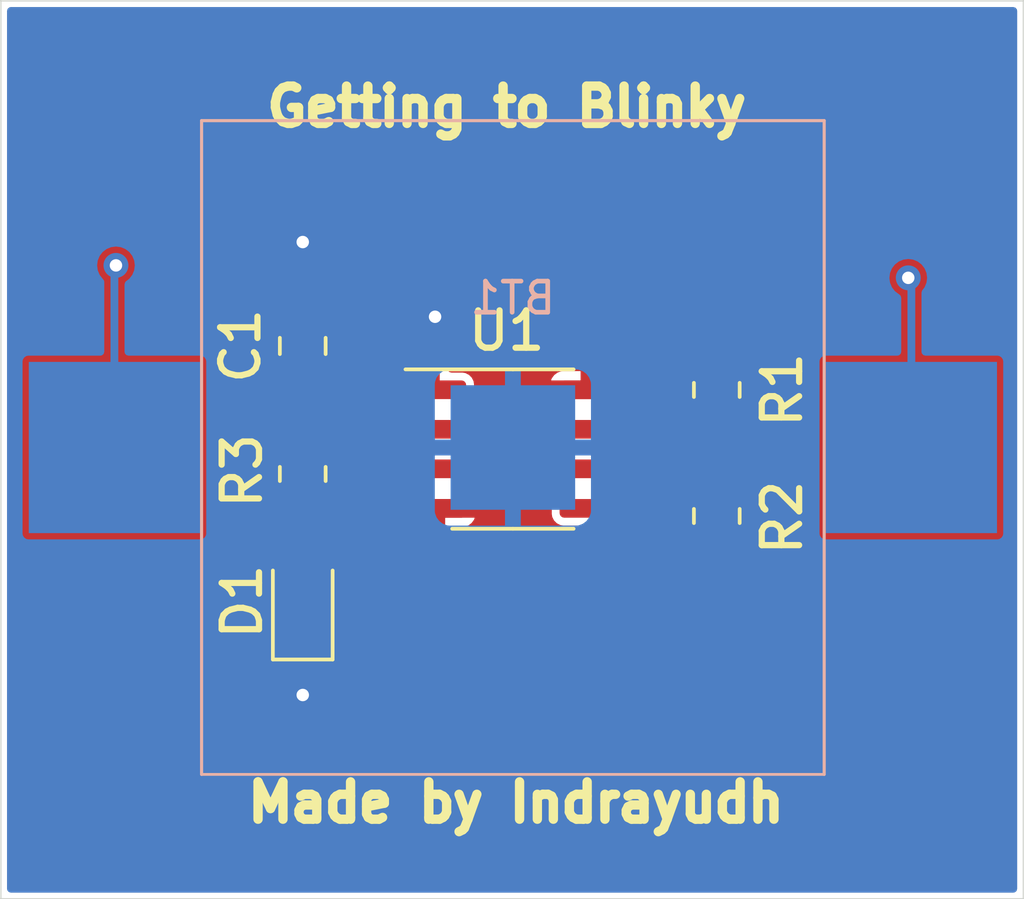
<source format=kicad_pcb>
(kicad_pcb (version 20211014) (generator pcbnew)
  (layers (0 "F.Cu" signal) (31 "B.Cu" signal) (34 "B.Paste" user) (35 "F.Paste" user) (36 "B.SilkS" user "B.Silkscreen") (37 "F.SilkS" user "F.Silkscreen") (38 "B.Mask" user) (39 "F.Mask" user) (44 "Edge.Cuts" user))
  (net 0 "")
  (net 1 "/VDD")
  (net 2 "GND")
  (net 3 "/THR")
  (net 4 "Net-(D1-Pad2)")
  (net 5 "/DIS")
  (net 6 "Net-(R3-Pad1)")
  (footprint "LED_SMD:LED_0805_2012Metric_Pad1.15x1.40mm_HandSolder" (layer "F.Cu") (at 159.525 125.955 90)
    (fp_text reference "D1" (at 0 -1.95 90) (layer "F.SilkS") (effects (font (size 1.2 1.2) (thickness 0.2))))
    (fp_text value "LED" hide)
    (fp_line (start -1.86 0.96) (end 1 0.96) (layer "F.SilkS") (width 0.12))
    (fp_line (start 1 -0.96) (end -1.86 -0.96) (layer "F.SilkS") (width 0.12))
    (fp_line (start -1.86 -0.96) (end -1.86 0.96) (layer "F.SilkS") (width 0.12))
    (pad "1" smd roundrect (at -1.025 0 90) (size 1.15 1.4) (layers "F.Cu" "F.Paste" "F.Mask") (roundrect_rratio 0.2173913043) (net 2 "GND"))
    (pad "2" smd roundrect (at 1.025 0 90) (size 1.15 1.4) (layers "F.Cu" "F.Paste" "F.Mask") (roundrect_rratio 0.2173913043) (net 4 "Net-(D1-Pad2)"))
  )
  (footprint "Resistor_SMD:R_0805_2012Metric_Pad1.20x1.40mm_HandSolder" (layer "F.Cu") (at 159.525 121.855 -90)
    (fp_text reference "R3" (at -0.1 1.95 90) (layer "F.SilkS") (effects (font (size 1.2 1.2) (thickness 0.2))))
    (fp_text value "1K" hide)
    (fp_line (start -0.227064 0.735) (end 0.227064 0.735) (layer "F.SilkS") (width 0.12))
    (fp_line (start -0.227064 -0.735) (end 0.227064 -0.735) (layer "F.SilkS") (width 0.12))
    (pad "1" smd roundrect (at -1 0 270) (size 1.2 1.4) (layers "F.Cu" "F.Paste" "F.Mask") (roundrect_rratio 0.2083333333) (net 6 "Net-(R3-Pad1)"))
    (pad "2" smd roundrect (at 1 0 270) (size 1.2 1.4) (layers "F.Cu" "F.Paste" "F.Mask") (roundrect_rratio 0.2083333333) (net 4 "Net-(D1-Pad2)"))
  )
  (footprint "Capacitor_SMD:C_0805_2012Metric_Pad1.18x1.45mm_HandSolder" (layer "F.Cu") (at 159.525 117.7425 90)
    (fp_text reference "C1" (at 0 -2 90) (layer "F.SilkS") (effects (font (size 1.2 1.2) (thickness 0.2))))
    (fp_text value "1U" hide)
    (fp_line (start -0.261252 0.735) (end 0.261252 0.735) (layer "F.SilkS") (width 0.12))
    (fp_line (start -0.261252 -0.735) (end 0.261252 -0.735) (layer "F.SilkS") (width 0.12))
    (pad "1" smd roundrect (at -1.0375 0 90) (size 1.175 1.45) (layers "F.Cu" "F.Paste" "F.Mask") (roundrect_rratio 0.2127659574) (net 3 "/THR"))
    (pad "2" smd roundrect (at 1.0375 0 90) (size 1.175 1.45) (layers "F.Cu" "F.Paste" "F.Mask") (roundrect_rratio 0.2127659574) (net 2 "GND"))
  )
  (footprint "Package_SO:SOIC-8_3.9x4.9mm_P1.27mm" (layer "F.Cu") (at 166.275 121.055)
    (fp_text reference "U1" (at -0.2 -3.8) (layer "F.SilkS") (effects (font (size 1.2 1.2) (thickness 0.2))))
    (fp_text value "7555" hide)
    (fp_line (start 0 -2.56) (end 1.95 -2.56) (layer "F.SilkS") (width 0.12))
    (fp_line (start 0 -2.56) (end -3.45 -2.56) (layer "F.SilkS") (width 0.12))
    (fp_line (start 0 2.56) (end 1.95 2.56) (layer "F.SilkS") (width 0.12))
    (fp_line (start 0 2.56) (end -1.95 2.56) (layer "F.SilkS") (width 0.12))
    (pad "1" smd roundrect (at -2.475 -1.905) (size 1.95 0.6) (layers "F.Cu" "F.Paste" "F.Mask") (net 2 "GND"))
    (pad "2" smd roundrect (at -2.475 -0.635) (size 1.95 0.6) (layers "F.Cu" "F.Paste" "F.Mask") (net 3 "/THR"))
    (pad "3" smd roundrect (at -2.475 0.635) (size 1.95 0.6) (layers "F.Cu" "F.Paste" "F.Mask") (net 6 "Net-(R3-Pad1)"))
    (pad "4" smd roundrect (at -2.475 1.905) (size 1.95 0.6) (layers "F.Cu" "F.Paste" "F.Mask") (net 1 "/VDD"))
    (pad "5" smd roundrect (at 2.475 1.905) (size 1.95 0.6) (layers "F.Cu" "F.Paste" "F.Mask"))
    (pad "6" smd roundrect (at 2.475 0.635) (size 1.95 0.6) (layers "F.Cu" "F.Paste" "F.Mask") (net 3 "/THR"))
    (pad "7" smd roundrect (at 2.475 -0.635) (size 1.95 0.6) (layers "F.Cu" "F.Paste" "F.Mask") (net 5 "/DIS"))
    (pad "8" smd roundrect (at 2.475 -1.905) (size 1.95 0.6) (layers "F.Cu" "F.Paste" "F.Mask") (net 1 "/VDD"))
  )
  (footprint "Resistor_SMD:R_0805_2012Metric_Pad1.20x1.40mm_HandSolder" (layer "F.Cu") (at 172.825 123.205 -90)
    (fp_text reference "R2" (at 0.05 -2.1 90) (layer "F.SilkS") (effects (font (size 1.2 1.2) (thickness 0.2))))
    (fp_text value "470K" hide)
    (fp_line (start -0.227064 -0.735) (end 0.227064 -0.735) (layer "F.SilkS") (width 0.12))
    (fp_line (start -0.227064 0.735) (end 0.227064 0.735) (layer "F.SilkS") (width 0.12))
    (pad "1" smd roundrect (at -1 0 270) (size 1.2 1.4) (layers "F.Cu" "F.Paste" "F.Mask") (roundrect_rratio 0.2083333333) (net 5 "/DIS"))
    (pad "2" smd roundrect (at 1 0 270) (size 1.2 1.4) (layers "F.Cu" "F.Paste" "F.Mask") (roundrect_rratio 0.2083333333) (net 3 "/THR"))
  )
  (footprint "Resistor_SMD:R_0805_2012Metric_Pad1.20x1.40mm_HandSolder" (layer "F.Cu") (at 172.825 119.155 -90)
    (fp_text reference "R1" (at 0 -2.1 90) (layer "F.SilkS") (effects (font (size 1.2 1.2) (thickness 0.2))))
    (fp_text value "1K" hide)
    (fp_line (start -0.227064 -0.735) (end 0.227064 -0.735) (layer "F.SilkS") (width 0.12))
    (fp_line (start -0.227064 0.735) (end 0.227064 0.735) (layer "F.SilkS") (width 0.12))
    (pad "1" smd roundrect (at -1 0 270) (size 1.2 1.4) (layers "F.Cu" "F.Paste" "F.Mask") (roundrect_rratio 0.2083333333) (net 1 "/VDD"))
    (pad "2" smd roundrect (at 1 0 270) (size 1.2 1.4) (layers "F.Cu" "F.Paste" "F.Mask") (roundrect_rratio 0.2083333333) (net 5 "/DIS"))
  )
  (footprint "Blinky:S8211-46R" (layer "B.Cu") (at 166.275 121.005 180)
    (fp_text reference "BT1" (at 0 4.8 unlocked) (layer "B.SilkS") (effects (justify mirror)))
    (fp_text value "CR2032")
    (fp_line (start -10 10.5) (end 10 10.5) (layer "B.SilkS") (width 0.1))
    (fp_line (start 10 -10.5) (end -10 -10.5) (layer "B.SilkS") (width 0.09))
    (fp_line (start -10 -10.5) (end -10 10.5) (layer "B.SilkS") (width 0.1))
    (fp_line (start 10 10.5) (end 10 -10.5) (layer "B.SilkS") (width 0.1))
    (pad "1" smd rect (at -12.8 0 180) (size 5.5 5.5) (layers "B.Cu" "B.Paste" "B.Mask") (net 1 "/VDD"))
    (pad "1" smd rect (at 12.8 0 180) (size 5.5 5.5) (layers "B.Cu" "B.Paste" "B.Mask") (net 1 "/VDD"))
    (pad "2" smd rect (at 0 0 180) (size 4 4) (layers "B.Cu" "B.Paste" "B.Mask") (net 2 "GND"))
  )
  (gr_rect (start 149.825 106.655) (end 182.675 135.505) (layer "Edge.Cuts") (width 0.05) (fill none))
  (gr_text "Made by Indrayudh" (at 166.375 132.405) (layer "F.SilkS") (effects (font (size 1.2 1.2) (thickness 0.3))))
  (gr_text "Getting to Blinky" (at 166.075 110.055) (layer "F.SilkS") (effects (font (size 1.2 1.2) (thickness 0.3))))
  (segment (start 169.126751 119.15) (end 170.121751 118.155) (width 0.25) (layer "F.Cu") (net 1))
  (segment (start 170.121751 118.155) (end 172.825 118.155) (width 0.25) (layer "F.Cu") (net 1))
  (segment (start 168.75 119.15) (end 169.126751 119.15) (width 0.25) (layer "F.Cu") (net 1))
  (via (at 153.525 115.155) (size 0.8) (drill 0.4) (layers "F.Cu" "B.Cu") (net 1))
  (via (at 178.975 115.555) (size 0.8) (drill 0.4) (layers "F.Cu" "B.Cu") (net 1))
  (segment (start 153.475 115.205) (end 153.525 115.155) (width 0.25) (layer "B.Cu") (net 1))
  (segment (start 179.075 115.655) (end 178.975 115.555) (width 0.25) (layer "B.Cu") (net 1))
  (segment (start 153.475 121.005) (end 153.475 115.205) (width 0.25) (layer "B.Cu") (net 1))
  (segment (start 179.075 121.005) (end 179.075 115.655) (width 0.25) (layer "B.Cu") (net 1))
  (segment (start 163.8 116.83) (end 163.775 116.805) (width 0.25) (layer "F.Cu") (net 2))
  (segment (start 159.525 126.98) (end 159.525 128.955) (width 0.25) (layer "F.Cu") (net 2))
  (segment (start 159.525 116.705) (end 159.525 114.405) (width 0.25) (layer "F.Cu") (net 2))
  (segment (start 163.8 119.15) (end 163.8 116.83) (width 0.25) (layer "F.Cu") (net 2))
  (via (at 159.525 128.955) (size 0.8) (drill 0.4) (layers "F.Cu" "B.Cu") (net 2))
  (via (at 163.775 116.805) (size 0.8) (drill 0.4) (layers "F.Cu" "B.Cu") (net 2))
  (via (at 159.525 114.405) (size 0.8) (drill 0.4) (layers "F.Cu" "B.Cu") (net 2))
  (segment (start 161.875 119.855) (end 161.875 120.455) (width 0.25) (layer "F.Cu") (net 3))
  (segment (start 165.49 120.42) (end 166.76 121.69) (width 0.25) (layer "F.Cu") (net 3))
  (segment (start 161.875 120.455) (end 163.765 120.455) (width 0.25) (layer "F.Cu") (net 3))
  (segment (start 172.575 124.455) (end 172.825 124.205) (width 0.25) (layer "F.Cu") (net 3))
  (segment (start 163.765 120.455) (end 163.8 120.42) (width 0.25) (layer "F.Cu") (net 3))
  (segment (start 160.8 118.78) (end 161.875 119.855) (width 0.25) (layer "F.Cu") (net 3))
  (segment (start 171.025 122.405) (end 171.025 124.455) (width 0.25) (layer "F.Cu") (net 3))
  (segment (start 170.24 121.69) (end 170.275 121.655) (width 0.25) (layer "F.Cu") (net 3))
  (segment (start 171.025 124.455) (end 172.575 124.455) (width 0.25) (layer "F.Cu") (net 3))
  (segment (start 168.75 121.69) (end 170.24 121.69) (width 0.25) (layer "F.Cu") (net 3))
  (segment (start 170.275 121.655) (end 171.025 122.405) (width 0.25) (layer "F.Cu") (net 3))
  (segment (start 163.8 120.42) (end 165.49 120.42) (width 0.25) (layer "F.Cu") (net 3))
  (segment (start 159.525 118.78) (end 160.8 118.78) (width 0.25) (layer "F.Cu") (net 3))
  (segment (start 166.76 121.69) (end 168.75 121.69) (width 0.25) (layer "F.Cu") (net 3))
  (segment (start 159.525 122.855) (end 159.525 124.93) (width 0.25) (layer "F.Cu") (net 4))
  (segment (start 170.725 119.905) (end 172.575 119.905) (width 0.25) (layer "F.Cu") (net 5))
  (segment (start 168.75 120.42) (end 170.21 120.42) (width 0.25) (layer "F.Cu") (net 5))
  (segment (start 172.825 120.155) (end 172.825 122.205) (width 0.25) (layer "F.Cu") (net 5))
  (segment (start 170.21 120.42) (end 170.725 119.905) (width 0.25) (layer "F.Cu") (net 5))
  (segment (start 172.575 119.905) (end 172.825 120.155) (width 0.25) (layer "F.Cu") (net 5))
  (segment (start 159.525 120.855) (end 160.775 120.855) (width 0.25) (layer "F.Cu") (net 6))
  (segment (start 160.775 120.855) (end 161.61 121.69) (width 0.25) (layer "F.Cu") (net 6))
  (segment (start 161.61 121.69) (end 163.8 121.69) (width 0.25) (layer "F.Cu") (net 6))
  (zone (net 1) (net_name "/VDD") (layer "F.Cu") (connect_pads (clearance 0.25)) (min_thickness 0.25) (fill yes (thermal_gap 0.3) (thermal_bridge_width 0.6))
    (polygon (pts (xy 182.675 135.505) (xy 149.825 135.505) (xy 149.825 106.655) (xy 182.675 106.655)))
  )
  (zone (net 2) (net_name "GND") (layer "B.Cu") (connect_pads (clearance 0.2)) (min_thickness 0.25) (fill yes (thermal_gap 0.508) (thermal_bridge_width 0.508))
    (polygon (pts (xy 182.675 135.505) (xy 149.825 135.505) (xy 149.825 106.655) (xy 182.675 106.655)))
  )
)
</source>
